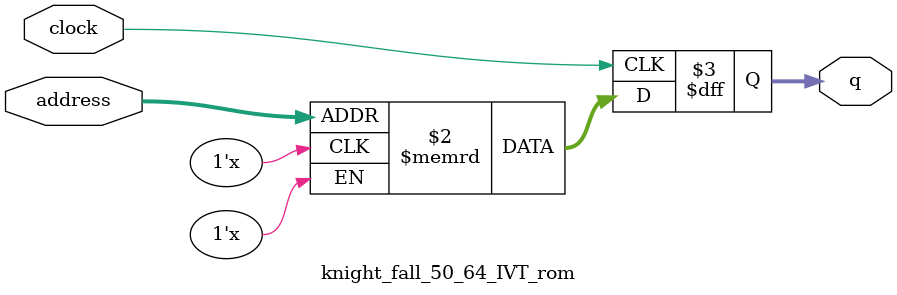
<source format=sv>
module knight_fall_50_64_IVT_rom (
	input logic clock,
	input logic [11:0] address,
	output logic [2:0] q
);

logic [2:0] memory [0:3199] /* synthesis ram_init_file = "./knight_fall_50_64_IVT/knight_fall_50_64_IVT.mif" */;

always_ff @ (posedge clock) begin
	q <= memory[address];
end

endmodule

</source>
